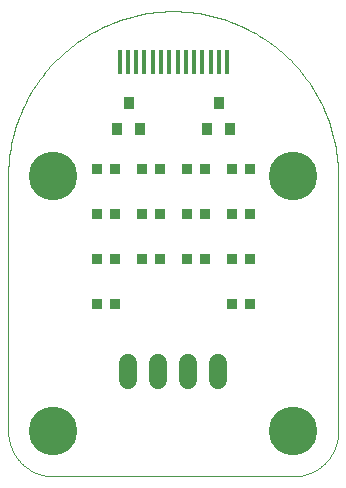
<source format=gts>
G75*
%MOIN*%
%OFA0B0*%
%FSLAX25Y25*%
%IPPOS*%
%LPD*%
%AMOC8*
5,1,8,0,0,1.08239X$1,22.5*
%
%ADD10R,0.01778X0.08274*%
%ADD11R,0.03550X0.03943*%
%ADD12R,0.03550X0.03550*%
%ADD13C,0.05943*%
%ADD14C,0.00000*%
%ADD15C,0.16211*%
D10*
X0043926Y0157206D03*
X0046682Y0157206D03*
X0049438Y0157206D03*
X0052194Y0157206D03*
X0054950Y0157206D03*
X0057706Y0157206D03*
X0060461Y0157206D03*
X0063217Y0157206D03*
X0065973Y0157206D03*
X0068729Y0157206D03*
X0071485Y0157206D03*
X0074241Y0157206D03*
X0076997Y0157206D03*
X0079753Y0157206D03*
D11*
X0076918Y0143337D03*
X0080619Y0134675D03*
X0072981Y0134675D03*
X0050619Y0134675D03*
X0046918Y0143337D03*
X0042981Y0134675D03*
D12*
X0042253Y0121506D03*
X0036347Y0121506D03*
X0036347Y0106506D03*
X0042253Y0106506D03*
X0051347Y0106506D03*
X0057253Y0106506D03*
X0066347Y0106506D03*
X0072253Y0106506D03*
X0081347Y0106506D03*
X0087253Y0106506D03*
X0087253Y0091506D03*
X0081347Y0091506D03*
X0072253Y0091506D03*
X0066347Y0091506D03*
X0057253Y0091506D03*
X0051347Y0091506D03*
X0042253Y0091506D03*
X0036347Y0091506D03*
X0036347Y0076506D03*
X0042253Y0076506D03*
X0051347Y0121506D03*
X0057253Y0121506D03*
X0066347Y0121506D03*
X0072253Y0121506D03*
X0081347Y0121506D03*
X0087253Y0121506D03*
X0087253Y0076506D03*
X0081347Y0076506D03*
D13*
X0076800Y0056778D02*
X0076800Y0051234D01*
X0066800Y0051234D02*
X0066800Y0056778D01*
X0056800Y0056778D02*
X0056800Y0051234D01*
X0046800Y0051234D02*
X0046800Y0056778D01*
D14*
X0021800Y0019006D02*
X0101800Y0019006D01*
X0102162Y0019010D01*
X0102525Y0019024D01*
X0102887Y0019045D01*
X0103248Y0019076D01*
X0103608Y0019115D01*
X0103967Y0019163D01*
X0104325Y0019220D01*
X0104682Y0019285D01*
X0105037Y0019359D01*
X0105390Y0019442D01*
X0105741Y0019533D01*
X0106089Y0019632D01*
X0106435Y0019740D01*
X0106779Y0019856D01*
X0107119Y0019981D01*
X0107456Y0020113D01*
X0107790Y0020254D01*
X0108121Y0020403D01*
X0108448Y0020560D01*
X0108771Y0020724D01*
X0109090Y0020896D01*
X0109404Y0021076D01*
X0109715Y0021264D01*
X0110020Y0021459D01*
X0110321Y0021661D01*
X0110617Y0021871D01*
X0110907Y0022087D01*
X0111193Y0022311D01*
X0111473Y0022541D01*
X0111747Y0022778D01*
X0112015Y0023022D01*
X0112278Y0023272D01*
X0112534Y0023528D01*
X0112784Y0023791D01*
X0113028Y0024059D01*
X0113265Y0024333D01*
X0113495Y0024613D01*
X0113719Y0024899D01*
X0113935Y0025189D01*
X0114145Y0025485D01*
X0114347Y0025786D01*
X0114542Y0026091D01*
X0114730Y0026402D01*
X0114910Y0026716D01*
X0115082Y0027035D01*
X0115246Y0027358D01*
X0115403Y0027685D01*
X0115552Y0028016D01*
X0115693Y0028350D01*
X0115825Y0028687D01*
X0115950Y0029027D01*
X0116066Y0029371D01*
X0116174Y0029717D01*
X0116273Y0030065D01*
X0116364Y0030416D01*
X0116447Y0030769D01*
X0116521Y0031124D01*
X0116586Y0031481D01*
X0116643Y0031839D01*
X0116691Y0032198D01*
X0116730Y0032558D01*
X0116761Y0032919D01*
X0116782Y0033281D01*
X0116796Y0033644D01*
X0116800Y0034006D01*
X0116800Y0119006D01*
X0116784Y0120345D01*
X0116735Y0121684D01*
X0116653Y0123021D01*
X0116539Y0124355D01*
X0116393Y0125687D01*
X0116214Y0127014D01*
X0116003Y0128337D01*
X0115759Y0129654D01*
X0115484Y0130965D01*
X0115177Y0132268D01*
X0114838Y0133564D01*
X0114468Y0134851D01*
X0114067Y0136129D01*
X0113634Y0137397D01*
X0113171Y0138654D01*
X0112677Y0139899D01*
X0112153Y0141132D01*
X0111600Y0142351D01*
X0111016Y0143557D01*
X0110404Y0144748D01*
X0109763Y0145924D01*
X0109093Y0147084D01*
X0108395Y0148227D01*
X0107670Y0149353D01*
X0106917Y0150461D01*
X0106138Y0151551D01*
X0105332Y0152621D01*
X0104501Y0153671D01*
X0103644Y0154700D01*
X0102762Y0155709D01*
X0101857Y0156695D01*
X0100927Y0157659D01*
X0099974Y0158601D01*
X0098999Y0159519D01*
X0098001Y0160412D01*
X0096982Y0161282D01*
X0095942Y0162126D01*
X0094882Y0162944D01*
X0093802Y0163737D01*
X0092704Y0164503D01*
X0091586Y0165242D01*
X0090452Y0165954D01*
X0089300Y0166637D01*
X0088132Y0167293D01*
X0086948Y0167920D01*
X0085750Y0168518D01*
X0084537Y0169086D01*
X0083311Y0169625D01*
X0082072Y0170134D01*
X0080821Y0170612D01*
X0079558Y0171060D01*
X0078286Y0171477D01*
X0077003Y0171863D01*
X0075711Y0172218D01*
X0074411Y0172541D01*
X0073104Y0172832D01*
X0071790Y0173091D01*
X0070470Y0173318D01*
X0069145Y0173513D01*
X0067815Y0173676D01*
X0066482Y0173806D01*
X0065147Y0173904D01*
X0063809Y0173969D01*
X0062470Y0174002D01*
X0061130Y0174002D01*
X0059791Y0173969D01*
X0058453Y0173904D01*
X0057118Y0173806D01*
X0055785Y0173676D01*
X0054455Y0173513D01*
X0053130Y0173318D01*
X0051810Y0173091D01*
X0050496Y0172832D01*
X0049189Y0172541D01*
X0047889Y0172218D01*
X0046597Y0171863D01*
X0045314Y0171477D01*
X0044042Y0171060D01*
X0042779Y0170612D01*
X0041528Y0170134D01*
X0040289Y0169625D01*
X0039063Y0169086D01*
X0037850Y0168518D01*
X0036652Y0167920D01*
X0035468Y0167293D01*
X0034300Y0166637D01*
X0033148Y0165954D01*
X0032014Y0165242D01*
X0030896Y0164503D01*
X0029798Y0163737D01*
X0028718Y0162944D01*
X0027658Y0162126D01*
X0026618Y0161282D01*
X0025599Y0160412D01*
X0024601Y0159519D01*
X0023626Y0158601D01*
X0022673Y0157659D01*
X0021743Y0156695D01*
X0020838Y0155709D01*
X0019956Y0154700D01*
X0019099Y0153671D01*
X0018268Y0152621D01*
X0017462Y0151551D01*
X0016683Y0150461D01*
X0015930Y0149353D01*
X0015205Y0148227D01*
X0014507Y0147084D01*
X0013837Y0145924D01*
X0013196Y0144748D01*
X0012584Y0143557D01*
X0012000Y0142351D01*
X0011447Y0141132D01*
X0010923Y0139899D01*
X0010429Y0138654D01*
X0009966Y0137397D01*
X0009533Y0136129D01*
X0009132Y0134851D01*
X0008762Y0133564D01*
X0008423Y0132268D01*
X0008116Y0130965D01*
X0007841Y0129654D01*
X0007597Y0128337D01*
X0007386Y0127014D01*
X0007207Y0125687D01*
X0007061Y0124355D01*
X0006947Y0123021D01*
X0006865Y0121684D01*
X0006816Y0120345D01*
X0006800Y0119006D01*
X0006800Y0034006D01*
X0006804Y0033644D01*
X0006818Y0033281D01*
X0006839Y0032919D01*
X0006870Y0032558D01*
X0006909Y0032198D01*
X0006957Y0031839D01*
X0007014Y0031481D01*
X0007079Y0031124D01*
X0007153Y0030769D01*
X0007236Y0030416D01*
X0007327Y0030065D01*
X0007426Y0029717D01*
X0007534Y0029371D01*
X0007650Y0029027D01*
X0007775Y0028687D01*
X0007907Y0028350D01*
X0008048Y0028016D01*
X0008197Y0027685D01*
X0008354Y0027358D01*
X0008518Y0027035D01*
X0008690Y0026716D01*
X0008870Y0026402D01*
X0009058Y0026091D01*
X0009253Y0025786D01*
X0009455Y0025485D01*
X0009665Y0025189D01*
X0009881Y0024899D01*
X0010105Y0024613D01*
X0010335Y0024333D01*
X0010572Y0024059D01*
X0010816Y0023791D01*
X0011066Y0023528D01*
X0011322Y0023272D01*
X0011585Y0023022D01*
X0011853Y0022778D01*
X0012127Y0022541D01*
X0012407Y0022311D01*
X0012693Y0022087D01*
X0012983Y0021871D01*
X0013279Y0021661D01*
X0013580Y0021459D01*
X0013885Y0021264D01*
X0014196Y0021076D01*
X0014510Y0020896D01*
X0014829Y0020724D01*
X0015152Y0020560D01*
X0015479Y0020403D01*
X0015810Y0020254D01*
X0016144Y0020113D01*
X0016481Y0019981D01*
X0016821Y0019856D01*
X0017165Y0019740D01*
X0017511Y0019632D01*
X0017859Y0019533D01*
X0018210Y0019442D01*
X0018563Y0019359D01*
X0018918Y0019285D01*
X0019275Y0019220D01*
X0019633Y0019163D01*
X0019992Y0019115D01*
X0020352Y0019076D01*
X0020713Y0019045D01*
X0021075Y0019024D01*
X0021438Y0019010D01*
X0021800Y0019006D01*
D15*
X0021800Y0034006D03*
X0021800Y0119006D03*
X0101800Y0119006D03*
X0101800Y0034006D03*
M02*

</source>
